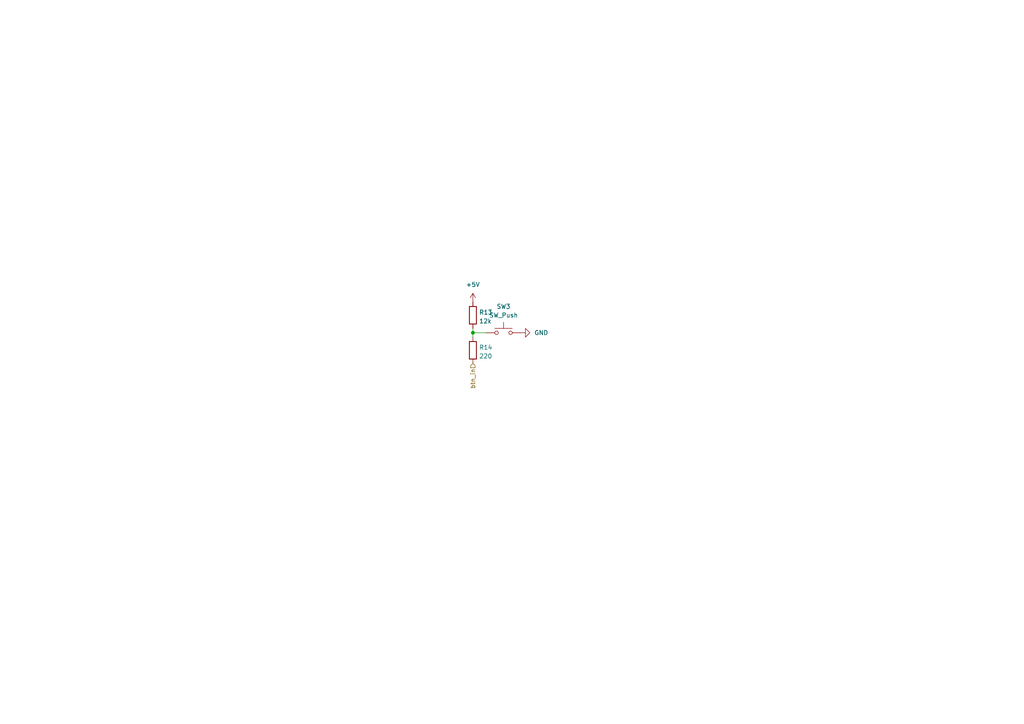
<source format=kicad_sch>
(kicad_sch (version 20211123) (generator eeschema)
  (paper "A4")
  (lib_symbols
    (symbol "Device:R" (pin_numbers hide) (pin_names (offset 0))
      (property "Reference" "R" (at 2.032 0 90))
      (property "Value" "R" (at 0 0 90))
      (symbol "R_0_1"
        (rectangle (start -1.016 -2.54) (end 1.016 2.54) (stroke (width 0.254)))
      )
      (symbol "R_1_1"
        (pin passive line (at 0 3.81 270) (length 1.27) (name "~") (number "1"))
        (pin passive line (at 0 -3.81 90) (length 1.27) (name "~") (number "2"))
      )
    )
    (symbol "Switch:SW_Push" (pin_numbers hide) (pin_names (offset 1.016) hide)
      (property "Reference" "SW" (at 1.27 2.54 0))
      (property "Value" "SW_Push" (at 0 -1.524 0))
      (symbol "SW_Push_0_1"
        (circle (center -2.032 0) (radius 0.508))
        (polyline (pts (xy 0 1.27) (xy 0 3.048)))
        (polyline (pts (xy 2.54 1.27) (xy -2.54 1.27)))
        (circle (center 2.032 0) (radius 0.508))
        (pin passive line (at -5.08 0 0) (length 2.54) (name "1") (number "1"))
        (pin passive line (at 5.08 0 180) (length 2.54) (name "2") (number "2"))
      )
    )
    (symbol "power:+5V" (power) (pin_names (offset 0))
      (property "Value" "+5V" (at 0 3.556 0))
      (symbol "+5V_0_1"
        (polyline (pts (xy -0.762 1.27) (xy 0 2.54)))
        (polyline (pts (xy 0 0) (xy 0 2.54)))
        (polyline (pts (xy 0 2.54) (xy 0.762 1.27)))
      )
      (symbol "+5V_1_1"
        (pin power_in line (at 0 0 90) (length 0) hide (name "+5V") (number "1"))
      )
    )
    (symbol "power:GND" (power) (pin_names (offset 0))
      (property "Value" "GND" (at 0 -3.81 0))
      (symbol "GND_0_1"
        (polyline (pts (xy 0 0) (xy 0 -1.27) (xy 1.27 -1.27) (xy 0 -2.54) (xy -1.27 -1.27) (xy 0 -1.27)))
      )
      (symbol "GND_1_1"
        (pin power_in line (at 0 0 270) (length 0) hide (name "GND") (number "1"))
      )
    )
  )
  (junction (at 137.16 96.52))
  (wire (pts (xy 137.16 95.25) (xy 137.16 96.52)))
  (wire (pts (xy 140.97 96.52) (xy 137.16 96.52)))
  (wire (pts (xy 137.16 96.52) (xy 137.16 97.79)))
  (hierarchical_label "btn_in" (shape input) (at 137.16 105.41 270))
  (symbol (lib_id "Switch:SW_Push") (at 146.05 96.52 0) (unit 1)
    (property "Reference" "SW3" (at 146.05 88.9 0))
    (property "Value" "SW_Push" (at 146.05 91.44 0))
    (property "Footprint" "Arduino_Library:SW_Push_Unknown" (effects hide))
  )
  (symbol (lib_id "Device:R") (at 137.16 91.44 0) (unit 1)
    (property "Reference" "R13" (at 138.938 90.6053 0) (effects (justify left)))
    (property "Value" "12k" (at 138.938 93.1422 0) (effects (justify left)))
    (property "Footprint" "Resistor_THT:R_Axial_DIN0207_L6.3mm_D2.5mm_P2.54mm_Vertical" (effects hide))
  )
  (symbol (lib_id "Device:R") (at 137.16 101.6 0) (unit 1)
    (property "Reference" "R14" (at 138.938 100.7653 0) (effects (justify left)))
    (property "Value" "220" (at 138.938 103.3022 0) (effects (justify left)))
    (property "Footprint" "Resistor_THT:R_Axial_DIN0207_L6.3mm_D2.5mm_P2.54mm_Vertical" (effects hide))
  )
  (symbol (lib_id "power:GND") (at 151.13 96.52 90) (unit 1)
    (property "Reference" "#PWR0118" (effects hide))
    (property "Value" "GND" (at 154.94 96.5199 90) (effects (justify right)))
  )
  (symbol (lib_id "power:+5V") (at 137.16 87.63 0) (unit 1)
    (property "Reference" "#PWR0119" (effects hide))
    (property "Value" "+5V" (at 137.16 82.55 0))
  )
)
</source>
